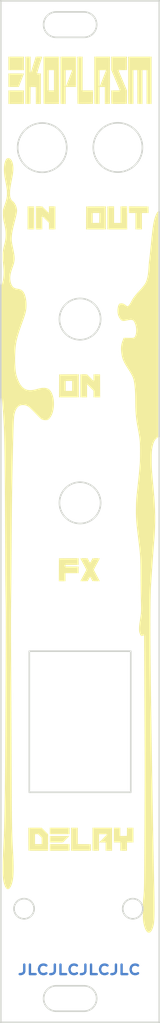
<source format=kicad_pcb>
(kicad_pcb (version 20211014) (generator pcbnew)
  (layers (0 "F.Cu" signal) (31 "B.Cu" signal) (34 "B.Paste" user) (35 "F.Paste" user) (36 "B.SilkS" user "B.Silkscreen") (37 "F.SilkS" user "F.Silkscreen") (38 "B.Mask" user) (39 "F.Mask" user) (44 "Edge.Cuts" user))
  (net 0 "")
  (footprint "Front Panel:Ekoplasm" (layer "F.Cu") (at 138.47 94.59)
    (fp_text reference "G***" hide)
    (fp_text value "LOGO" hide)
    (fp_poly (pts (xy -0.101803 8.831463) (xy -1.756112 8.831463) (xy -1.756112 9.03507) (xy -0.101803 9.03507) (xy -0.101803 9.87495) (xy -1.756112 9.87495) (xy -1.756112 10.892986) (xy -2.596412 10.892986) (xy -2.589839 9.448647) (xy -2.583266 8.004309) (xy -1.342535 7.997704) (xy -0.101803 7.991099)) (layer "F.SilkS") (width 0) (fill solid))
    (fp_poly (pts (xy 5.166533 42.936932) (xy 5.58011 42.929939) (xy 5.993688 42.922946) (xy 6.000577 42.407565) (xy 6.007467 41.892184) (xy 6.820842 41.892184) (xy 6.820842 43.7501) (xy 6.006413 43.7501) (xy 6.006413 44.793587) (xy 5.166533 44.793587) (xy 5.166533 43.7501) (xy 4.352104 43.7501) (xy 4.352104 41.892184) (xy 5.166533 41.892184)) (layer "F.SilkS") (width 0) (fill solid))
    (fp_poly (pts (xy 3.334068 -33.366132) (xy 0.83946 -33.366132) (xy 0.843161 -34.1793) (xy 1.67976 -34.1793) (xy 2.093337 -34.186293) (xy 2.506914 -34.193287) (xy 2.520544 -35.427655) (xy 1.67976 -35.427655) (xy 1.67976 -34.1793) (xy 0.843161 -34.1793) (xy 0.846033 -34.810471) (xy 0.852605 -36.25481) (xy 2.093337 -36.261415) (xy 3.334068 -36.268019)) (layer "F.SilkS") (width 0) (fill solid))
    (fp_poly (pts (xy -0.203607 43.953002) (xy 0.617185 43.959717) (xy 1.437976 43.966433) (xy 1.444969 44.38001) (xy 1.451963 44.793587) (xy -1.043487 44.793587) (xy -1.043487 41.892184) (xy -0.203607 41.892184)) (layer "F.SilkS") (width 0) (fill solid))
    (fp_poly (pts (xy -1.247094 44.793587) (xy -3.741282 44.793587) (xy -3.741282 43.953707) (xy -1.247094 43.953707)) (layer "F.SilkS") (width 0) (fill solid))
    (fp_poly (pts (xy -6.127304 -36.261803) (xy -5.713727 -36.25481) (xy -5.700581 -33.366132) (xy -6.540882 -33.366132) (xy -6.540882 -36.268796)) (layer "F.SilkS") (width 0) (fill solid))
    (fp_poly (pts (xy 7.476203 -36.261415) (xy 8.716934 -36.25481) (xy 8.723927 -35.841233) (xy 8.73092 -35.427655) (xy 7.88978 -35.427655) (xy 7.88978 -33.366132) (xy 7.075351 -33.366132) (xy 7.075351 -35.427655) (xy 6.235471 -35.427655) (xy 6.235471 -36.268019)) (layer "F.SilkS") (width 0) (fill solid))
    (fp_poly (pts (xy -8.79622 -42.301236) (xy -8.67314 -42.203189) (xy -8.642224 -42.170612) (xy -8.539881 -42.030071) (xy -8.459578 -41.856914) (xy -8.398041 -41.64378) (xy -8.388649 -41.600332) (xy -8.35554 -41.408669) (xy -8.33581 -41.213139) (xy -8.329865 -41.007297) (xy -8.338114 -40.784698) (xy -8.360965 -40.538898) (xy -8.398825 -40.263452) (xy -8.452102 -39.951914) (xy -8.512672 -39.63978) (xy -8.571552 -39.345195) (xy -8.62003 -39.093447) (xy -8.659194 -38.877786) (xy -8.690131 -38.691458) (xy -8.713926 -38.527713) (xy -8.731669 -38.3798) (xy -8.744444 -38.240968) (xy -8.749622 -38.167994) (xy -8.75912 -37.869661) (xy -8.745891 -37.614038) (xy -8.709016 -37.397845) (xy -8.647581 -37.217802) (xy -8.560667 -37.070626) (xy -8.447358 -36.953038) (xy -8.400252 -36.917542) (xy -8.27844 -36.808096) (xy -8.163797 -36.658427) (xy -8.061121 -36.479154) (xy -7.975209 -36.2809) (xy -7.91086 -36.074287) (xy -7.87287 -35.869936) (xy -7.86453 -35.73144) (xy -7.869473 -35.632906) (xy -7.884631 -35.509809) (xy -7.910819 -35.358239) (xy -7.948853 -35.174286) (xy -7.99955 -34.954039) (xy -8.063725 -34.69359) (xy -8.142195 -34.389026) (xy -8.154373 -34.342624) (xy -8.245869 -33.988268) (xy -8.322641 -33.675925) (xy -8.385912 -33.399268) (xy -8.436906 -33.15197) (xy -8.476844 -32.927702) (xy -8.506949 -32.72014) (xy -8.528444 -32.522954) (xy -8.542237 -32.335371) (xy -8.546657 -32.21492) (xy -8.54528 -32.094838) (xy -8.537156 -31.968074) (xy -8.52134 -31.827581) (xy -8.496881 -31.666309) (xy -8.462833 -31.477209) (xy -8.418247 -31.253233) (xy -8.362175 -30.987332) (xy -8.358869 -30.971954) (xy -8.29141 -30.647116) (xy -8.238876 -30.36376) (xy -8.201399 -30.114663) (xy -8.179115 -29.892601) (xy -8.172155 -29.690351) (xy -8.180655 -29.50069) (xy -8.204748 -29.316393) (xy -8.244567 -29.130238) (xy -8.300246 -28.935001) (xy -8.371918 -28.723458) (xy -8.402006 -28.640992) (xy -8.508599 -28.341501) (xy -8.592062 -28.078997) (xy -8.653954 -27.845956) (xy -8.695837 -27.634851) (xy -8.719272 -27.438158) (xy -8.725819 -27.248352) (xy -8.720534 -27.105211) (xy -8.687164 -26.82766) (xy -8.626216 -26.581663) (xy -8.539245 -26.37044) (xy -8.427808 -26.197207) (xy -8.293458 -26.065184) (xy -8.185918 -25.998671) (xy -8.064302 -25.952312) (xy -7.913856 -25.920363) (xy -7.812484 -25.907583) (xy -7.585188 -25.867854) (xy -7.394306 -25.797437) (xy -7.233066 -25.692591) (xy -7.094699 -25.549573) (xy -7.046632 -25.484329) (xy -6.938229 -25.29254) (xy -6.846173 -25.059539) (xy -6.772019 -24.792819) (xy -6.717319 -24.499871) (xy -6.683629 -24.188189) (xy -6.672503 -23.865266) (xy -6.676056 -23.697715) (xy -6.684251 -23.539833) (xy -6.696482 -23.391983) (xy -6.714255 -23.248298) (xy -6.739074 -23.102911) (xy -6.772444 -22.949957) (xy -6.81587 -22.783569) (xy -6.870858 -22.597881) (xy -6.938912 -22.387027) (xy -7.021537 -22.145141) (xy -7.12024 -21.866357) (xy -7.208984 -21.620541) (xy -7.360135 -21.200348) (xy -7.492905 -20.821264) (xy -7.608547 -20.477437) (xy -7.708318 -20.163012) (xy -7.793472 -19.872139) (xy -7.865267 -19.598965) (xy -7.924955 -19.337637) (xy -7.973795 -19.082303) (xy -8.01304 -18.82711) (xy -8.043946 -18.566206) (xy -8.067768 -18.293739) (xy -8.085763 -18.003855) (xy -8.099186 -17.690703) (xy -8.107092 -17.433868) (xy -8.112439 -17.06217) (xy -8.108854 -16.695292) (xy -8.096805 -16.340278) (xy -8.076762 -16.004172) (xy -8.049191 -15.694019) (xy -8.014561 -15.416862) (xy -7.973339 -15.179745) (xy -7.950714 -15.079659) (xy -7.880419 -14.832545) (xy -7.791946 -14.578426) (xy -7.69056 -14.329595) (xy -7.581521 -14.098343) (xy -7.470093 -13.89696) (xy -7.395871 -13.783676) (xy -7.214144 -13.564733) (xy -7.013663 -13.391775) (xy -6.793313 -13.264465) (xy -6.551981 -13.182469) (xy -6.288551 -13.145452) (xy -6.00191 -13.153079) (xy -5.690944 -13.205015) (xy -5.571021 -13.234982) (xy -5.364613 -13.290484) (xy -5.199527 -13.333935) (xy -5.068083 -13.367065) (xy -4.9626 -13.391604) (xy -4.875398 -13.409281) (xy -4.798799 -13.421828) (xy -4.725121 -13.430973) (xy -4.681627 -13.435313) (xy -4.426888 -13.444427) (xy -4.206491 -13.419702) (xy -4.015494 -13.359663) (xy -3.848953 -13.262838) (xy -3.721675 -13.149189) (xy -3.579974 -12.965984) (xy -3.460162 -12.743036) (xy -3.362927 -12.486882) (xy -3.288958 -12.204056) (xy -3.238945 -11.901094) (xy -3.213576 -11.584531) (xy -3.213542 -11.260902) (xy -3.239531 -10.936743) (xy -3.292231 -10.61859) (xy -3.372334 -10.312977) (xy -3.410658 -10.199953) (xy -3.501016 -9.987752) (xy -3.609338 -9.794736) (xy -3.729886 -9.628833) (xy -3.856921 -9.497971) (xy -3.981142 -9.411895) (xy -4.037271 -9.387156) (xy -4.096808 -9.372852) (xy -4.174045 -9.367253) (xy -4.283272 -9.36863) (xy -4.325578 -9.370191) (xy -4.453956 -9.378363) (xy -4.563154 -9.394525) (xy -4.660707 -9.423071) (xy -4.754149 -9.468394) (xy -4.851018 -9.534888) (xy -4.958848 -9.626948) (xy -5.085175 -9.748967) (xy -5.23016 -9.897656) (xy -5.470527 -10.147196) (xy -5.679679 -10.362186) (xy -5.860981 -10.545427) (xy -6.017798 -10.69972) (xy -6.153497 -10.827867) (xy -6.271442 -10.932669) (xy -6.374999 -11.016927) (xy -6.467533 -11.083444) (xy -6.552411 -11.13502) (xy -6.632996 -11.174457) (xy -6.712656 -11.204555) (xy -6.794755 -11.228118) (xy -6.841886 -11.239243) (xy -7.084386 -11.27257) (xy -7.305125 -11.259936) (xy -7.503905 -11.201491) (xy -7.680526 -11.097383) (xy -7.83479 -10.947762) (xy -7.966496 -10.752777) (xy -8.075447 -10.512577) (xy -8.154227 -10.256497) (xy -8.171964 -10.183368) (xy -8.188208 -10.108845) (xy -8.203101 -10.030147) (xy -8.21679 -9.944492) (xy -8.229418 -9.849099) (xy -8.241129 -9.741186) (xy -8.252069 -9.617973) (xy -8.262382 -9.476678) (xy -8.272212 -9.314519) (xy -8.281704 -9.128715) (xy -8.291002 -8.916485) (xy -8.30025 -8.675048) (xy -8.309594 -8.401622) (xy -8.319177 -8.093425) (xy -8.329145 -7.747677) (xy -8.339641 -7.361596) (xy -8.35081 -6.9324) (xy -8.362797 -6.457309) (xy -8.373016 -6.044589) (xy -8.389756 -5.355662) (xy -8.405306 -4.696378) (xy -8.419733 -4.062107) (xy -8.433108 -3.448215) (xy -8.445497 -2.850071) (xy -8.456972 -2.263043) (xy -8.467598 -1.682498) (xy -8.477447 -1.103805) (xy -8.486585 -0.522331) (xy -8.495082 0.066556) (xy -8.503006 0.667487) (xy -8.510427 1.285096) (xy -8.517412 1.924013) (xy -8.52403 2.588872) (xy -8.53035 3.284304) (xy -8.536441 4.014941) (xy -8.54237 4.785416) (xy -8.548208 5.600361) (xy -8.550467 5.93006) (xy -8.553713 6.402114) (xy -8.55712 6.883663) (xy -8.560648 7.369834) (xy -8.564258 7.855753) (xy -8.567913 8.336545) (xy -8.571571 8.807336) (xy -8.575196 9.263253) (xy -8.578747 9.699421) (xy -8.582187 10.110966) (xy -8.585475 10.493014) (xy -8.588573 10.840691) (xy -8.591443 11.149123) (xy -8.594044 11.413435) (xy -8.594981 11.503808) (xy -8.599788 11.957761) (xy -8.604252 12.377476) (xy -8.608378 12.765961) (xy -8.612169 13.12622) (xy -8.615629 13.461262) (xy -8.61876 13.774093) (xy -8.621567 14.067721) (xy -8.624053 14.345151) (xy -8.626221 14.609391) (xy -8.628076 14.863448) (xy -8.62962 15.110329) (xy -8.630856 15.353039) (xy -8.63179 15.594587) (xy -8.632423 15.837979) (xy -8.63276 16.086222) (xy -8.632804 16.342323) (xy -8.632559 16.609288) (xy -8.632027 16.890125) (xy -8.631213 17.18784) (xy -8.63012 17.505441) (xy -8.628752 17.845933) (xy -8.627111 18.212325) (xy -8.625203 18.607622) (xy -8.623029 19.034832) (xy -8.620594 19.496961) (xy -8.617901 19.997016) (xy -8.614953 20.538005) (xy -8.611754 21.122934) (xy -8.608309 21.754809) (xy -8.607172 21.964128) (xy -8.604185 22.522382) (xy -8.60103 23.126239) (xy -8.59773 23.770401) (xy -8.594312 24.44957) (xy -8.590799 25.158448) (xy -8.587217 25.891736) (xy -8.583591 26.644138) (xy -8.579945 27.410354) (xy -8.576305 28.185086) (xy -8.572696 28.963037) (xy -8.569142 29.738908) (xy -8.565668 30.507401) (xy -8.5623 31.263218) (xy -8.559061 32.00106) (xy -8.555978 32.715631) (xy -8.553075 33.40163) (xy -8.5509 33.926052) (xy -8.547576 34.724146) (xy -8.544343 35.473501) (xy -8.541163 36.17628) (xy -8.537997 36.834645) (xy -8.53481 37.450759) (xy -8.531564 38.026784) (xy -8.528221 38.564883) (xy -8.524744 39.067219) (xy -8.521097 39.535954) (xy -8.517241 39.973251) (xy -8.51314 40.381272) (xy -8.508756 40.762181) (xy -8.504052 41.118139) (xy -8.498991 41.45131) (xy -8.493535 41.763855) (xy -8.487647 42.057938) (xy -8.48129 42.335722) (xy -8.474427 42.599368) (xy -8.46702 42.851039) (xy -8.459033 43.092898) (xy -8.450427 43.327108) (xy -8.441166 43.555832) (xy -8.431212 43.781231) (xy -8.420528 44.005468) (xy -8.409077 44.230707) (xy -8.396821 44.459109) (xy -8.383724 44.692838) (xy -8.369747 44.934056) (xy -8.357711 45.137174) (xy -8.334371 45.574964) (xy -8.317078 46.002107) (xy -8.305828 46.413494) (xy -8.300619 46.804021) (xy -8.301445 47.168579) (xy -8.308305 47.502062) (xy -8.321193 47.799363) (xy -8.340106 48.055375) (xy -8.359907 48.229459) (xy -8.414139 48.554654) (xy -8.48147 48.842155) (xy -8.560943 49.08928) (xy -8.651604 49.293343) (xy -8.752495 49.451661) (xy -8.822561 49.528262) (xy -8.919029 49.600933) (xy -9.006778 49.627639) (xy -9.096032 49.609659) (xy -9.164923 49.571141) (xy -9.264143 49.477455) (xy -9.356019 49.336181) (xy -9.439521 49.150238) (xy -9.513622 48.922546) (xy -9.577293 48.656024) (xy -9.629508 48.353592) (xy -9.650824 48.191282) (xy -9.660988 48.072644) (xy -9.669114 47.909456) (xy -9.67523 47.708032) (xy -9.679367 47.474681) (xy -9.681553 47.215715) (xy -9.681818 46.937446) (xy -9.68019 46.646184) (xy -9.6767 46.348241) (xy -9.671376 46.049928) (xy -9.664247 45.757556) (xy -9.655343 45.477437) (xy -9.644693 45.215881) (xy -9.636263 45.048096) (xy -9.617038 44.696125) (xy -9.600447 44.387736) (xy -9.586151 44.115694) (xy -9.573813 43.872766) (xy -9.563095 43.651717) (xy -9.553657 43.445316) (xy -9.545163 43.246326) (xy -9.537273 43.047516) (xy -9.52965 42.841651) (xy -9.521955 42.621497) (xy -9.519661 42.553908) (xy -9.508468 42.211224) (xy -9.497702 41.858203) (xy -9.487346 41.493422) (xy -9.477387 41.115454) (xy -9.467809 40.722877) (xy -9.458598 40.314265) (xy -9.449738 39.888193) (xy -9.441214 39.443238) (xy -9.433012 38.977975) (xy -9.425117 38.49098) (xy -9.417514 37.980827) (xy -9.410188 37.446092) (xy -9.403123 36.885352) (xy -9.396306 36.29718) (xy -9.389721 35.680154) (xy -9.383354 35.032848) (xy -9.377188 34.353838) (xy -9.371211 33.641699) (xy -9.365405 32.895007) (xy -9.359758 32.112337) (xy -9.354253 31.292265) (xy -9.348876 30.433367) (xy -9.343613 29.534217) (xy -9.338447 28.593392) (xy -9.333364 27.609467) (xy -9.328349 26.581017) (xy -9.323388 25.506618) (xy -9.318466 24.384845) (xy -9.313566 23.214274) (xy -9.311234 22.638577) (xy -9.308085 21.841994) (xy -9.305228 21.09435) (xy -9.302663 20.393683) (xy -9.300391 19.738033) (xy -9.298411 19.125437) (xy -9.296724 18.553934) (xy -9.295331 18.021562) (xy -9.29423 17.526359) (xy -9.293424 17.066364) (xy -9.292911 16.639615) (xy -9.292692 16.244151) (xy -9.292767 15.87801) (xy -9.293137 15.539229) (xy -9.293802 15.225848) (xy -9.294762 14.935905) (xy -9.296017 14.667439) (xy -9.297568 14.418487) (xy -9.299415 14.187087) (xy -9.301557 13.971279) (xy -9.303996 13.769101) (xy -9.306731 13.578591) (xy -9.309763 13.397787) (xy -9.312381 13.25992) (xy -9.317681 12.97147) (xy -9.322968 12.640083) (xy -9.328155 12.273723) (xy -9.333156 11.880355) (xy -9.337884 11.467942) (xy -9.342254 11.044449) (xy -9.346179 10.617841) (xy -9.349573 10.196081) (xy -9.35235 9.787135) (xy -9.354422 9.398966) (xy -9.354569 9.365932) (xy -9.359465 8.247359) (xy -9.36421 7.178326) (xy -9.368823 6.157468) (xy -9.373325 5.183424) (xy -9.377735 4.254831) (xy -9.382074 3.370325) (xy -9.386362 2.528545) (xy -9.390619 1.728128) (xy -9.394866 0.96771) (xy -9.399122 0.24593) (xy -9.403408 -0.438576) (xy -9.407743 -1.08717) (xy -9.412149 -1.701216) (xy -9.416644 -2.282074) (xy -9.421251 -2.831109) (xy -9.425987 -3.349683) (xy -9.430874 -3.839159) (xy -9.435933 -4.300899) (xy -9.441182 -4.736267) (xy -9.446642 -5.146624) (xy -9.452334 -5.533334) (xy -9.458277 -5.897759) (xy -9.464492 -6.241262) (xy -9.470999 -6.565205) (xy -9.477817 -6.870952) (xy -9.484968 -7.159865) (xy -9.492472 -7.433307) (xy -9.500347 -7.69264) (xy -9.508616 -7.939228) (xy -9.517297 -8.174432) (xy -9.526412 -8.399616) (xy -9.535979 -8.616142) (xy -9.54602 -8.825373) (xy -9.556555 -9.028672) (xy -9.567603 -9.227401) (xy -9.579185 -9.422924) (xy -9.591321 -9.616602) (xy -9.604032 -9.809798) (xy -9.617337 -10.003876) (xy -9.631256 -10.200198) (xy -9.64581 -10.400126) (xy -9.647432 -10.422144) (xy -9.676318 -10.80674) (xy -9.702614 -11.141649) (xy -9.726434 -11.428018) (xy -9.747891 -11.66699) (xy -9.767098 -11.859711) (xy -9.784171 -12.007323) (xy -9.799223 -12.110973) (xy -9.812367 -12.171804) (xy -9.823381 -12.190982) (xy -9.829305 -12.184007) (xy -9.834785 -12.161868) (xy -9.839837 -12.122742) (xy -9.844481 -12.064808) (xy -9.848736 -11.986243) (xy -9.852618 -11.885226) (xy -9.856147 -11.759935) (xy -9.85934 -11.608547) (xy -9.862216 -11.42924) (xy -9.864794 -11.220193) (xy -9.867091 -10.979584) (xy -9.869126 -10.70559) (xy -9.870917 -10.39639) (xy -9.872482 -10.050161) (xy -9.873839 -9.665082) (xy -9.875008 -9.23933) (xy -9.876005 -8.771084) (xy -9.87685 -8.258522) (xy -9.877561 -7.69982) (xy -9.878155 -7.093159) (xy -9.878471 -6.695926) (xy -9.878926 -6.198647) (xy -9.879548 -5.711141) (xy -9.880327 -5.236186) (xy -9.881252 -4.776563) (xy -9.88231 -4.335049) (xy -9.883492 -3.914424) (xy -9.884786 -3.517467) (xy -9.886181 -3.146956) (xy -9.887666 -2.80567) (xy -9.88923 -2.496389) (xy -9.890861 -2.221891) (xy -9.892549 -1.984955) (xy -9.894283 -1.788361) (xy -9.896051 -1.634886) (xy -9.897843 -1.527311) (xy -9.899286 -1.476152) (xy -9.900393 -1.474515) (xy -9.9015 -1.522308) (xy -9.902605 -1.618061) (xy -9.903706 -1.760303) (xy -9.904798 -1.947562) (xy -9.905881 -2.178368) (xy -9.906951 -2.451249) (xy -9.908005 -2.764734) (xy -9.909041 -3.117353) (xy -9.910056 -3.507634) (xy -9.911047 -3.934105) (xy -9.912012 -4.395297) (xy -9.912949 -4.889738) (xy -9.913853 -5.415957) (xy -9.914724 -5.972483) (xy -9.915557 -6.557845) (xy -9.916351 -7.170571) (xy -9.917103 -7.809191) (xy -9.917809 -8.472233) (xy -9.918468 -9.158227) (xy -9.919077 -9.865702) (xy -9.919632 -10.593185) (xy -9.920132 -11.339207) (xy -9.920574 -12.102297) (xy -9.920954 -12.880982) (xy -9.921216 -13.524522) (xy -9.925851 -25.992832) (xy -9.847911 -26.236145) (xy -9.739883 -26.602115) (xy -9.657879 -26.949373) (xy -9.601021 -27.288282) (xy -9.568432 -27.629204) (xy -9.559233 -27.982502) (xy -9.572546 -28.358536) (xy -9.607493 -28.767671) (xy -9.622191 -28.899499) (xy -9.6477 -29.13942) (xy -9.66536 -29.361858) (xy -9.676238 -29.586046) (xy -9.681402 -29.831217) (xy -9.682191 -29.981162) (xy -9.681681 -30.179639) (xy -9.678784 -30.345446) (xy -9.672089 -30.489232) (xy -9.660183 -30.621642) (xy -9.641653 -30.753323) (xy -9.615086 -30.894921) (xy -9.579071 -31.057084) (xy -9.532195 -31.250457) (xy -9.493091 -31.406413) (xy -9.431411 -31.659684) (xy -9.384276 -31.876596) (xy -9.349978 -32.069026) (xy -9.326808 -32.24885) (xy -9.313057 -32.427947) (xy -9.307017 -32.618194) (xy -9.306369 -32.704409) (xy -9.309658 -32.915912) (xy -9.321393 -33.115886) (xy -9.343169 -33.316824) (xy -9.376584 -33.531217) (xy -9.423234 -33.77156) (xy -9.470388 -33.987516) (xy -9.526717 -34.242672) (xy -9.570827 -34.458936) (xy -9.604094 -34.646468) (xy -9.62789 -34.81543) (xy -9.643587 -34.975982) (xy -9.652561 -35.138286) (xy -9.656183 -35.312502) (xy -9.656424 -35.364028) (xy -9.657241 -35.796693) (xy -9.448237 -36.423619) (xy -9.369913 -36.660733) (xy -9.30692 -36.857976) (xy -9.257456 -37.02341) (xy -9.219716 -37.165096) (xy -9.191898 -37.291095) (xy -9.172198 -37.409467) (xy -9.158813 -37.528275) (xy -9.14994 -37.655578) (xy -9.144402 -37.781864) (xy -9.141173 -37.940703) (xy -9.143937 -38.096318) (xy -9.153592 -38.256387) (xy -9.171038 -38.428587) (xy -9.197175 -38.620595) (xy -9.232903 -38.84009) (xy -9.27912 -39.094747) (xy -9.327819 -39.347094) (xy -9.372336 -39.574598) (xy -9.408016 -39.761062) (xy -9.436209 -39.915319) (xy -9.458269 -40.0462) (xy -9.475546 -40.162537) (xy -9.489394 -40.273163) (xy -9.501164 -40.38691) (xy -9.512209 -40.512608) (xy -9.518853 -40.594951) (xy -9.531398 -40.949834) (xy -9.512743 -41.289306) (xy -9.463902 -41.605774) (xy -9.385893 -41.891648) (xy -9.324502 -42.047575) (xy -9.239695 -42.195828) (xy -9.141693 -42.29582) (xy -9.033267 -42.347051) (xy -8.917186 -42.349023)) (layer "F.SilkS") (width 0) (fill solid))
    (fp_poly (pts (xy -3.94489 42.71876) (xy -3.94489 44.793587) (xy -5.175016 44.793587) (xy -5.420521 44.793246) (xy -5.650391 44.792269) (xy -5.859636 44.790724) (xy -6.043265 44.788677) (xy -6.196284 44.786199) (xy -6.313704 44.783355) (xy -6.390531 44.780215) (xy -6.421775 44.776846) (xy -6.422111 44.77662) (xy -6.425249 44.748723) (xy -6.428199 44.674536) (xy -6.430908 44.558672) (xy -6.43332 44.40574) (xy -6.435382 44.220354) (xy -6.43704 44.007125) (xy -6.437311 43.953707) (xy -5.599198 43.953707) (xy -4.759318 43.953707) (xy -4.759318 43.153011) (xy -5.203648 42.706613) (xy -5.599198 42.706613) (xy -5.599198 43.953707) (xy -6.437311 43.953707) (xy -6.438241 43.770664) (xy -6.438929 43.515584) (xy -6.439078 43.325918) (xy -6.439078 41.892184) (xy -4.772606 41.892184)) (layer "F.SilkS") (width 0) (fill solid))
    (fp_poly (pts (xy -6.998998 -53.395992) (xy -8.958717 -53.395992) (xy -8.958717 -55.101202) (xy -6.998998 -55.101202)) (layer "F.SilkS") (width 0) (fill solid))
    (fp_poly (pts (xy 6.000393 -54.25496) (xy 5.993688 -53.408718) (xy 5.463059 -53.401831) (xy 5.27764 -53.398729) (xy 5.138327 -53.394641) (xy 5.040331 -53.389215) (xy 4.97886 -53.382096) (xy 4.949123 -53.372932) (xy 4.945055 -53.363654) (xy 4.957061 -53.334825) (xy 4.98691 -53.263513) (xy 5.032735 -53.15417) (xy 5.092669 -53.011244) (xy 5.164847 -52.839186) (xy 5.247401 -52.642444) (xy 5.338465 -52.42547) (xy 5.436172 -52.192712) (xy 5.482398 -52.082608) (xy 6.007118 -50.832852) (xy 6.000403 -49.995635) (xy 5.993688 -49.158417) (xy 5.024731 -49.151756) (xy 4.807451 -49.150704) (xy 4.60627 -49.15058) (xy 4.426843 -49.151323) (xy 4.274822 -49.152872) (xy 4.155861 -49.155167) (xy 4.075614 -49.158146) (xy 4.039735 -49.16175) (xy 4.038508 -49.162361) (xy 4.034357 -49.191081) (xy 4.030565 -49.264592) (xy 4.027255 -49.376782) (xy 4.024551 -49.521538) (xy 4.022576 -49.692751) (xy 4.021455 -49.884307) (xy 4.021243 -50.015264) (xy 4.021243 -50.850902) (xy 4.558435 -50.850902) (xy 4.743799 -50.851534) (xy 4.883288 -50.853632) (xy 4.981917 -50.857501) (xy 5.044699 -50.863444) (xy 5.076649 -50.871767) (xy 5.082802 -50.882716) (xy 5.070756 -50.911649) (xy 5.040868 -50.98306) (xy 4.995008 -51.092496) (xy 4.935043 -51.235501) (xy 4.862841 -51.407623) (xy 4.780271 -51.604407) (xy 4.6892 -51.8214) (xy 4.591497 -52.054149) (xy 4.54561 -52.163445) (xy 4.021243 -53.412361) (xy 4.021243 -55.101202) (xy 6.007099 -55.101202)) (layer "F.SilkS") (width 0) (fill solid))
    (fp_poly (pts (xy -4.288477 -35.860321) (xy -4.170767 -35.74326) (xy -4.064714 -35.639358) (xy -3.975667 -35.553724) (xy -3.908971 -35.491471) (xy -3.869975 -35.457708) (xy -3.862472 -35.453106) (xy -3.855927 -35.477136) (xy -3.850325 -35.543547) (xy -3.846073 -35.643822) (xy -3.843576 -35.769442) (xy -3.843086 -35.860321) (xy -3.843086 -36.267535) (xy -3.028657 -36.267535) (xy -3.028657 -33.366132) (xy -3.843086 -33.366132) (xy -3.843086 -34.193883) (xy -4.244227 -34.594437) (xy -4.361172 -34.710404) (xy -4.466378 -34.813195) (xy -4.554453 -34.897668) (xy -4.620009 -34.958683) (xy -4.657653 -34.991098) (xy -4.664167 -34.99499) (xy -4.668732 -34.970543) (xy -4.672898 -34.901219) (xy -4.676524 -34.79304) (xy -4.679472 -34.65203) (xy -4.681603 -34.484212) (xy -4.682777 -34.29561) (xy -4.682966 -34.180561) (xy -4.682966 -33.366132) (xy -5.497395 -33.366132) (xy -5.497395 -36.267535) (xy -4.695095 -36.267535)) (layer "F.SilkS") (width 0) (fill solid))
    (fp_poly (pts (xy -2.551347 -52.12981) (xy -2.557815 -49.158417) (xy -3.526772 -49.151756) (xy -3.744052 -49.150704) (xy -3.945233 -49.15058) (xy -4.12466 -49.151323) (xy -4.276681 -49.152872) (xy -4.395642 -49.155167) (xy -4.475889 -49.158146) (xy -4.511768 -49.16175) (xy -4.512995 -49.162361) (xy -4.515234 -49.189556) (xy -4.517388 -49.264469) (xy -4.519439 -49.383916) (xy -4.521368 -49.544713) (xy -4.523158 -49.743678) (xy -4.52479 -49.977625) (xy -4.526244 -50.243372) (xy -4.527504 -50.537734) (xy -4.528528 -50.850902) (xy -3.868537 -50.850902) (xy -3.206813 -50.850902) (xy -3.206813 -53.395992) (xy -3.868537 -53.395992) (xy -3.868537 -50.850902) (xy -4.528528 -50.850902) (xy -4.52855 -50.857528) (xy -4.529363 -51.19957) (xy -4.529926 -51.560677) (xy -4.53022 -51.937663) (xy -4.53026 -52.140414) (xy -4.53026 -55.101202) (xy -2.544879 -55.101202)) (layer "F.SilkS") (width 0) (fill solid))
    (fp_poly (pts (xy 0.407215 -50.850902) (xy 1.731348 -50.850902) (xy 1.724642 -50.004659) (xy 1.717936 -49.158417) (xy 0.748979 -49.151756) (xy 0.531699 -49.150704) (xy 0.330519 -49.15058) (xy 0.151091 -49.151323) (xy -0.00093 -49.152872) (xy -0.119891 -49.155167) (xy -0.200138 -49.158146) (xy -0.236017 -49.16175) (xy -0.237243 -49.162361) (xy -0.239482 -49.189556) (xy -0.241636 -49.264469) (xy -0.243687 -49.383916) (xy -0.245617 -49.544713) (xy -0.247407 -49.743678) (xy -0.249038 -49.977625) (xy -0.250493 -50.243372) (xy -0.251752 -50.537734) (xy -0.252798 -50.857528) (xy -0.253612 -51.19957) (xy -0.254175 -51.560677) (xy -0.254468 -51.937663) (xy -0.254509 -52.140414) (xy -0.254509 -55.101202) (xy 0.407215 -55.101202)) (layer "F.SilkS") (width 0) (fill solid))
    (fp_poly (pts (xy 4.377555 -34.180561) (xy 5.191984 -34.180561) (xy 5.191984 -36.267535) (xy 6.031864 -36.267535) (xy 6.031864 -33.366132) (xy 3.537676 -33.366132) (xy 3.537676 -36.267535) (xy 4.377555 -36.267535)) (layer "F.SilkS") (width 0) (fill solid))
    (fp_poly (pts (xy 4.123046 44.793587) (xy 3.308617 44.793587) (xy 3.308617 43.7501) (xy 2.48194 43.7501) (xy 2.984357 43.247212) (xy 3.11487 43.115908) (xy 3.232768 42.996014) (xy 3.333465 42.892297) (xy 3.412373 42.809525) (xy 3.464908 42.752465) (xy 3.486482 42.725885) (xy 3.486774 42.72493) (xy 3.462607 42.719333) (xy 3.395215 42.715062) (xy 3.292262 42.712306) (xy 3.161414 42.711257) (xy 3.010334 42.712104) (xy 2.984118 42.712438) (xy 2.481463 42.719339) (xy 2.468167 44.793587) (xy 1.654309 44.793587) (xy 1.654309 41.892184) (xy 4.123046 41.892184)) (layer "F.SilkS") (width 0) (fill solid))
    (fp_poly (pts (xy -6.146393 -53.038834) (xy -5.828256 -54.069966) (xy -5.51012 -55.101098) (xy -5.099017 -55.10115) (xy -4.687913 -55.101202) (xy -4.73605 -54.942134) (xy -4.754771 -54.880871) (xy -4.7865 -54.777727) (xy -4.829158 -54.639432) (xy -4.880665 -54.472721) (xy -4.93894 -54.284325) (xy -5.001905 -54.080976) (xy -5.060385 -53.892285) (xy -5.336582 -53.001503) (xy -5.098852 -52.994219) (xy -4.861122 -52.986934) (xy -4.861122 -49.145691) (xy -5.496836 -49.145691) (xy -5.503478 -50.208267) (xy -5.51012 -51.270842) (xy -6.158558 -51.285084) (xy -6.165201 -50.22175) (xy -6.171843 -49.158417) (xy -6.820841 -49.144171) (xy -6.820841 -55.101202) (xy -6.159689 -55.101202)) (layer "F.SilkS") (width 0) (fill solid))
    (fp_poly (pts (xy -1.247094 42.706613) (xy -3.741282 42.706613) (xy -3.741282 41.892184) (xy -1.247094 41.892184)) (layer "F.SilkS") (width 0) (fill solid))
    (fp_poly (pts (xy -0.407214 -51.283567) (xy -1.730661 -51.283567) (xy -1.730661 -49.145691) (xy -2.044556 -49.145691) (xy -2.166182 -49.146995) (xy -2.268732 -49.150549) (xy -2.341792 -49.15582) (xy -2.374951 -49.162273) (xy -2.375417 -49.162659) (xy -2.377617 -49.189814) (xy -2.379734 -49.264689) (xy -2.38175 -49.384098) (xy -2.383646 -49.544859) (xy -2.385405 -49.743788) (xy -2.387008 -49.977703) (xy -2.388438 -50.24342) (xy -2.389676 -50.537755) (xy -2.390703 -50.857525) (xy -2.391503 -51.199547) (xy -2.392056 -51.560637) (xy -2.392345 -51.937613) (xy -2.392385 -52.140414) (xy -2.392385 -52.348263) (xy -1.730661 -52.348263) (xy -1.73043 -52.123401) (xy -1.729769 -51.915579) (xy -1.72873 -51.730034) (xy -1.727361 -51.572008) (xy -1.725712 -51.446739) (xy -1.723834 -51.359466) (xy -1.721776 -51.315428) (xy -1.720776 -51.311139) (xy -1.709805 -51.336362) (xy -1.682445 -51.404178) (xy -1.64062 -51.509687) (xy -1.586253 -51.647989) (xy -1.521266 -51.814182) (xy -1.447582 -52.003366) (xy -1.367125 -52.21064) (xy -1.313562 -52.348985) (xy -1.230066 -52.565072) (xy -1.152533 -52.766156) (xy -1.082835 -52.947347) (xy -1.022847 -53.103753) (xy -0.974442 -53.230483) (xy -0.939494 -53.322646) (xy -0.919876 -53.375351) (xy -0.916232 -53.386109) (xy -0.940263 -53.389446) (xy -1.006677 -53.392302) (xy -1.106955 -53.394469) (xy -1.232579 -53.395742) (xy -1.323447 -53.395992) (xy -1.730661 -53.395992) (xy -1.730661 -52.348263) (xy -2.392385 -52.348263) (xy -2.392385 -55.101202) (xy -0.407214 -55.101202)) (layer "F.SilkS") (width 0) (fill solid))
    (fp_poly (pts (xy -0.076353 -12.241884) (xy -2.570961 -12.241884) (xy -2.567255 -13.056313) (xy -1.730661 -13.056313) (xy -0.916232 -13.056313) (xy -0.916232 -14.303407) (xy -1.730661 -14.303407) (xy -1.730661 -13.056313) (xy -2.567255 -13.056313) (xy -2.564388 -13.686223) (xy -2.557815 -15.130561) (xy -0.076353 -15.143771)) (layer "F.SilkS") (width 0) (fill solid))
    (fp_poly (pts (xy 3.86228 -52.12981) (xy 3.855812 -49.158417) (xy 3.206814 -49.144171) (xy 3.206814 -51.283567) (xy 2.54509 -51.283567) (xy 2.54509 -49.145691) (xy 2.231196 -49.145691) (xy 2.10957 -49.146995) (xy 2.00702 -49.150549) (xy 1.933959 -49.15582) (xy 1.9008 -49.162273) (xy 1.900334 -49.162659) (xy 1.898134 -49.189814) (xy 1.896017 -49.264689) (xy 1.894002 -49.384098) (xy 1.892105 -49.544859) (xy 1.890346 -49.743788) (xy 1.888743 -49.977703) (xy 1.887314 -50.24342) (xy 1.886076 -50.537755) (xy 1.885048 -50.857525) (xy 1.884249 -51.199547) (xy 1.883695 -51.560637) (xy 1.883407 -51.937613) (xy 1.883367 -52.140414) (xy 1.883367 -53.395992) (xy 2.54509 -53.395992) (xy 2.546704 -52.346142) (xy 2.547548 -52.117805) (xy 2.549282 -51.910173) (xy 2.551798 -51.72794) (xy 2.554988 -51.575802) (xy 2.558745 -51.458454) (xy 2.56296 -51.380591) (xy 2.567527 -51.346909) (xy 2.56958 -51.347194) (xy 2.583181 -51.38143) (xy 2.613087 -51.457801) (xy 2.657222 -51.570974) (xy 2.713512 -51.715615) (xy 2.779881 -51.886393) (xy 2.854256 -52.077974) (xy 2.93456 -52.285024) (xy 2.965648 -52.365231) (xy 3.047239 -52.575768) (xy 3.123304 -52.772055) (xy 3.191829 -52.948896) (xy 3.250802 -53.101093) (xy 3.298207 -53.223448) (xy 3.332032 -53.310764) (xy 3.350261 -53.357844) (xy 3.35271 -53.364178) (xy 3.346211 -53.376563) (xy 3.31203 -53.38549) (xy 3.244624 -53.391403) (xy 3.138448 -53.394747) (xy 2.987959 -53.395965) (xy 2.955028 -53.395992) (xy 2.54509 -53.395992) (xy 1.883367 -53.395992) (xy 1.883367 -55.101202) (xy 3.868748 -55.101202)) (layer "F.SilkS") (width 0) (fill solid))
    (fp_poly (pts (xy 9.111423 -49.145691) (xy 8.475151 -49.145691) (xy 8.475151 -53.395992) (xy 7.966132 -53.395992) (xy 7.966132 -49.144171) (xy 7.317134 -49.158417) (xy 7.310626 -51.277205) (xy 7.304117 -53.395992) (xy 6.820842 -53.395992) (xy 6.820842 -49.145691) (xy 6.506947 -49.145691) (xy 6.385321 -49.146995) (xy 6.282771 -49.150549) (xy 6.209711 -49.15582) (xy 6.176552 -49.162273) (xy 6.176086 -49.162659) (xy 6.173886 -49.189814) (xy 6.171769 -49.264689) (xy 6.169753 -49.384098) (xy 6.167857 -49.544859) (xy 6.166098 -49.743788) (xy 6.164495 -49.977703) (xy 6.163065 -50.24342) (xy 6.161827 -50.537755) (xy 6.1608 -50.857525) (xy 6.16 -51.199547) (xy 6.159447 -51.560637) (xy 6.159158 -51.937613) (xy 6.159118 -52.140414) (xy 6.159118 -55.101202) (xy 9.111423 -55.101202)) (layer "F.SilkS") (width 0) (fill solid))
    (fp_poly (pts (xy -7.761166 -52.9883) (xy -7.560275 -52.986937) (xy -7.381674 -52.984797) (xy -7.230858 -52.981986) (xy -7.113317 -52.978611) (xy -7.034543 -52.97478) (xy -7.00003 -52.970599) (xy -6.998919 -52.969689) (xy -7.007765 -52.9423) (xy -7.03295 -52.872984) (xy -7.07239 -52.767266) (xy -7.123998 -52.630668) (xy -7.185689 -52.468716) (xy -7.255377 -52.286931) (xy -7.320834 -52.117084) (xy -7.642828 -51.283567) (xy -8.958717 -51.283567) (xy -8.958717 -52.988778) (xy -7.978858 -52.988778)) (layer "F.SilkS") (width 0) (fill solid))
    (fp_poly (pts (xy 9.950618 -21.452552) (xy 9.951303 -7.235665) (xy 9.829277 -7.159809) (xy 9.680898 -7.041679) (xy 9.550406 -6.882222) (xy 9.437223 -6.680087) (xy 9.340766 -6.433923) (xy 9.260456 -6.142378) (xy 9.195711 -5.804101) (xy 9.170064 -5.625289) (xy 9.156616 -5.509681) (xy 9.145999 -5.388135) (xy 9.137942 -5.253225) (xy 9.132175 -5.09753) (xy 9.128427 -4.913623) (xy 9.126426 -4.694083) (xy 9.125902 -4.431484) (xy 9.12591 -4.415732) (xy 9.126098 -4.24545) (xy 9.126601 -4.090126) (xy 9.127676 -3.945913) (xy 9.129584 -3.808965) (xy 9.132581 -3.675434) (xy 9.136928 -3.541474) (xy 9.142884 -3.403237) (xy 9.150706 -3.256878) (xy 9.160653 -3.098548) (xy 9.172985 -2.924401) (xy 9.18796 -2.73059) (xy 9.205837 -2.513268) (xy 9.226874 -2.268589) (xy 9.25133 -1.992705) (xy 9.279465 -1.68177) (xy 9.311536 -1.331936) (xy 9.347802 -0.939357) (xy 9.388523 -0.500186) (xy 9.391247 -0.470842) (xy 9.463089 0.380038) (xy 9.5166 1.192084) (xy 9.551849 1.973922) (xy 9.568902 2.734176) (xy 9.56783 3.481473) (xy 9.5487 4.224439) (xy 9.511581 4.971698) (xy 9.456541 5.731878) (xy 9.441779 5.904609) (xy 9.427442 6.073802) (xy 9.410084 6.288409) (xy 9.390092 6.543054) (xy 9.367854 6.832365) (xy 9.343756 7.150965) (xy 9.318187 7.493482) (xy 9.291533 7.85454) (xy 9.264181 8.228766) (xy 9.236519 8.610785) (xy 9.208934 8.995223) (xy 9.181813 9.376705) (xy 9.155544 9.749857) (xy 9.130513 10.109306) (xy 9.107108 10.449676) (xy 9.085716 10.765593) (xy 9.066725 11.051684) (xy 9.050521 11.302573) (xy 9.037492 11.512886) (xy 9.036511 11.529258) (xy 9.022184 11.807161) (xy 9.009379 12.13476) (xy 8.998099 12.510872) (xy 8.988348 12.934316) (xy 8.980127 13.403909) (xy 8.973441 13.918468) (xy 8.968292 14.47681) (xy 8.964682 15.077753) (xy 8.962615 15.720115) (xy 8.962094 16.402712) (xy 8.963121 17.124362) (xy 8.9657 17.883883) (xy 8.969833 18.680091) (xy 8.975523 19.511805) (xy 8.982774 20.377841) (xy 8.991587 21.277018) (xy 9.001967 22.208152) (xy 9.008908 22.778557) (xy 9.025954 24.114947) (xy 9.043745 25.465591) (xy 9.062225 26.827187) (xy 9.08134 28.196436) (xy 9.101036 29.570038) (xy 9.121258 30.944693) (xy 9.141952 32.317101) (xy 9.163063 33.683962) (xy 9.184537 35.041976) (xy 9.206319 36.387843) (xy 9.228355 37.718263) (xy 9.25059 39.029935) (xy 9.27297 40.319561) (xy 9.29544 41.583839) (xy 9.317946 42.81947) (xy 9.340433 44.023154) (xy 9.362847 45.191591) (xy 9.385133 46.321481) (xy 9.407237 47.409523) (xy 9.429104 48.452419) (xy 9.445176 49.196593) (xy 9.457989 49.813588) (xy 9.468302 50.381656) (xy 9.476089 50.90271) (xy 9.481324 51.378666) (xy 9.48398 51.811437) (xy 9.484032 52.202938) (xy 9.481453 52.555084) (xy 9.476216 52.869787) (xy 9.468295 53.148963) (xy 9.457664 53.394526) (xy 9.444296 53.60839) (xy 9.428165 53.79247) (xy 9.409244 53.948679) (xy 9.387508 54.078933) (xy 9.377273 54.127513) (xy 9.306278 54.396169) (xy 9.223439 54.630036) (xy 9.155401 54.77717) (xy 9.058968 54.929672) (xy 8.955539 55.034865) (xy 8.847087 55.09197) (xy 8.735581 55.100213) (xy 8.622992 55.058816) (xy 8.558605 55.012298) (xy 8.457904 54.905154) (xy 8.366826 54.762728) (xy 8.283436 54.580926) (xy 8.205798 54.355654) (xy 8.146273 54.140381) (xy 8.113374 54.005706) (xy 8.085915 53.879829) (xy 8.06343 53.756504) (xy 8.045454 53.629486) (xy 8.031521 53.492532) (xy 8.021167 53.339395) (xy 8.013925 53.163832) (xy 8.009331 52.959597) (xy 8.006919 52.720446) (xy 8.006223 52.440134) (xy 8.006409 52.263427) (xy 8.007866 51.941874) (xy 8.01089 51.658495) (xy 8.01542 51.415732) (xy 8.021397 51.216029) (xy 8.028759 51.061826) (xy 8.037444 50.955569) (xy 8.039376 50.93998) (xy 8.07174 50.675738) (xy 8.098241 50.403781) (xy 8.119424 50.11542) (xy 8.135837 49.801966) (xy 8.148025 49.454728) (xy 8.156251 49.082064) (xy 8.160374 48.815669) (xy 8.164542 48.501493) (xy 8.168737 48.142654) (xy 8.172947 47.742272) (xy 8.177155 47.303467) (xy 8.181346 46.82936) (xy 8.185506 46.323069) (xy 8.189619 45.787714) (xy 8.193671 45.226416) (xy 8.197646 44.642293) (xy 8.201528 44.038466) (xy 8.205304 43.418054) (xy 8.208958 42.784177) (xy 8.212475 42.139954) (xy 8.21584 41.488506) (xy 8.219038 40.832953) (xy 8.222053 40.176413) (xy 8.224871 39.522007) (xy 8.227476 38.872854) (xy 8.229854 38.232074) (xy 8.23199 37.602787) (xy 8.233868 36.988113) (xy 8.235473 36.391171) (xy 8.23679 35.815081) (xy 8.237804 35.262963) (xy 8.238501 34.737936) (xy 8.238864 34.24312) (xy 8.23888 33.781636) (xy 8.238532 33.356602) (xy 8.237806 32.971138) (xy 8.236687 32.628364) (xy 8.236234 32.526252) (xy 8.234433 32.146057) (xy 8.232434 31.719543) (xy 8.230257 31.251292) (xy 8.227924 30.745888) (xy 8.225454 30.207912) (xy 8.222868 29.641948) (xy 8.220188 29.052577) (xy 8.217433 28.444382) (xy 8.214625 27.821946) (xy 8.211784 27.189851) (xy 8.208931 26.55268) (xy 8.206087 25.915014) (xy 8.203272 25.281438) (xy 8.200507 24.656532) (xy 8.197813 24.04488) (xy 8.195211 23.451064) (xy 8.194896 23.378962) (xy 8.192517 22.845226) (xy 8.190105 22.324996) (xy 8.187674 21.820562) (xy 8.185238 21.334211) (xy 8.182812 20.868231) (xy 8.18041 20.424911) (xy 8.178047 20.006537) (xy 8.175736 19.615399) (xy 8.173492 19.253784) (xy 8.17133 18.92398) (xy 8.169263 18.628275) (xy 8.167306 18.368958) (xy 8.165474 18.148315) (xy 8.16378 17.968636) (xy 8.162239 17.832208) (xy 8.160866 17.741319) (xy 8.159674 17.698257) (xy 8.159309 17.694913) (xy 8.131753 17.697346) (xy 8.070495 17.714356) (xy 7.996485 17.739534) (xy 7.889709 17.771753) (xy 7.814334 17.773205) (xy 7.758214 17.739484) (xy 7.709206 17.666184) (xy 7.690639 17.628567) (xy 7.622063 17.475482) (xy 7.574593 17.346875) (xy 7.544638 17.226048) (xy 7.528604 17.096301) (xy 7.522899 16.940936) (xy 7.522796 16.848497) (xy 7.525344 16.719536) (xy 7.532116 16.59227) (xy 7.54419 16.456733) (xy 7.562647 16.302961) (xy 7.588565 16.120986) (xy 7.623023 15.900844) (xy 7.630295 15.855912) (xy 7.670114 15.608385) (xy 7.703071 15.394737) (xy 7.729643 15.206803) (xy 7.750311 15.036417) (xy 7.765553 14.875414) (xy 7.775847 14.715626) (xy 7.781673 14.548889) (xy 7.78351 14.367037) (xy 7.781837 14.161904) (xy 7.777133 13.925324) (xy 7.769876 13.649132) (xy 7.766566 13.532659) (xy 7.761031 13.319088) (xy 7.755396 13.062479) (xy 7.749782 12.770693) (xy 7.744309 12.451593) (xy 7.739097 12.113042) (xy 7.734266 11.762902) (xy 7.729937 11.409035) (xy 7.726228 11.059304) (xy 7.723262 10.721572) (xy 7.72292 10.676653) (xy 7.71947 10.227269) (xy 7.716018 9.823933) (xy 7.712289 9.461789) (xy 7.708012 9.135984) (xy 7.702912 8.841665) (xy 7.696716 8.573977) (xy 7.689151 8.328066) (xy 7.679943 8.099078) (xy 7.66882 7.882159) (xy 7.655507 7.672456) (xy 7.639732 7.465113) (xy 7.62122 7.255278) (xy 7.5997 7.038097) (xy 7.574897 6.808714) (xy 7.546538 6.562277) (xy 7.51435 6.293931) (xy 7.47806 5.998823) (xy 7.444175 5.726453) (xy 7.388267 5.275026) (xy 7.338999 4.869245) (xy 7.296004 4.504336) (xy 7.258915 4.175527) (xy 7.227365 3.878046) (xy 7.200986 3.60712) (xy 7.179411 3.357978) (xy 7.162274 3.125847) (xy 7.149206 2.905955) (xy 7.139841 2.693529) (xy 7.133812 2.483797) (xy 7.130751 2.271987) (xy 7.130292 2.053326) (xy 7.132067 1.823042) (xy 7.13382 1.692485) (xy 7.137219 1.48792) (xy 7.141208 1.302176) (xy 7.146229 1.129531) (xy 7.152724 0.964264) (xy 7.161133 0.800654) (xy 7.171899 0.63298) (xy 7.185462 0.455522) (xy 7.202264 0.262557) (xy 7.222747 0.048366) (xy 7.247351 -0.192773) (xy 7.276519 -0.466581) (xy 7.310692 -0.778779) (xy 7.350311 -1.135088) (xy 7.355719 -1.183467) (xy 7.406813 -1.646509) (xy 7.45198 -2.069764) (xy 7.492262 -2.463871) (xy 7.528701 -2.839465) (xy 7.562337 -3.207183) (xy 7.594213 -3.577661) (xy 7.614913 -3.830361) (xy 7.624073 -3.975556) (xy 7.63176 -4.160207) (xy 7.637975 -4.377063) (xy 7.642718 -4.618872) (xy 7.645989 -4.87838) (xy 7.647789 -5.148337) (xy 7.648117 -5.421489) (xy 7.646973 -5.690585) (xy 7.644359 -5.948372) (xy 7.640274 -6.187598) (xy 7.634719 -6.401012) (xy 7.627693 -6.58136) (xy 7.619197 -6.72139) (xy 7.614829 -6.76994) (xy 7.575723 -7.103407) (xy 7.526363 -7.447913) (xy 7.464862 -7.815494) (xy 7.389332 -8.218183) (xy 7.381335 -8.258818) (xy 7.300729 -8.684134) (xy 7.233282 -9.080864) (xy 7.178045 -9.45916) (xy 7.134072 -9.829172) (xy 7.100414 -10.201052) (xy 7.076124 -10.584952) (xy 7.060254 -10.991022) (xy 7.051857 -11.429415) (xy 7.049882 -11.809219) (xy 7.045469 -12.268909) (xy 7.032601 -12.705475) (xy 7.011625 -13.11457) (xy 6.982891 -13.49185) (xy 6.946749 -13.832972) (xy 6.903546 -14.133591) (xy 6.853632 -14.389362) (xy 6.83714 -14.457731) (xy 6.796597 -14.597854) (xy 6.744163 -14.742209) (xy 6.677054 -14.896092) (xy 6.592489 -15.0648) (xy 6.487685 -15.253632) (xy 6.35986 -15.467883) (xy 6.206232 -15.712852) (xy 6.056027 -15.94499) (xy 5.875 -16.22981) (xy 5.724772 -16.486179) (xy 5.60185 -16.723267) (xy 5.502745 -16.950243) (xy 5.423965 -17.176278) (xy 5.362019 -17.410539) (xy 5.313416 -17.662197) (xy 5.274666 -17.940421) (xy 5.265397 -18.021671) (xy 5.245246 -18.341434) (xy 5.259216 -18.642521) (xy 5.30927 -18.938055) (xy 5.397374 -19.241156) (xy 5.480659 -19.459831) (xy 5.595175 -19.737174) (xy 6.190428 -19.727314) (xy 6.4042 -19.724376) (xy 6.573395 -19.724495) (xy 6.704318 -19.729239) (xy 6.803272 -19.740175) (xy 6.876562 -19.758868) (xy 6.930491 -19.786886) (xy 6.971363 -19.825795) (xy 7.005482 -19.877161) (xy 7.036752 -19.93764) (xy 7.111161 -20.138589) (xy 7.156736 -20.370948) (xy 7.173873 -20.624454) (xy 7.162969 -20.888846) (xy 7.124418 -21.153861) (xy 7.058616 -21.409235) (xy 6.971363 -21.633267) (xy 6.905788 -21.759685) (xy 6.837546 -21.856246) (xy 6.760159 -21.924828) (xy 6.667148 -21.967311) (xy 6.552036 -21.985574) (xy 6.408343 -21.981498) (xy 6.229592 -21.956961) (xy 6.009305 -21.913843) (xy 6.006413 -21.913227) (xy 5.844675 -21.879491) (xy 5.722741 -21.856597) (xy 5.630864 -21.843743) (xy 5.559295 -21.840132) (xy 5.498285 -21.844964) (xy 5.438086 -21.857438) (xy 5.411793 -21.86446) (xy 5.31249 -21.914584) (xy 5.209433 -22.006222) (xy 5.108264 -22.130859) (xy 5.014625 -22.279982) (xy 4.934158 -22.445077) (xy 4.872506 -22.617631) (xy 4.84818 -22.71493) (xy 4.819756 -22.902975) (xy 4.809046 -23.09928) (xy 4.814693 -23.296028) (xy 4.835343 -23.485401) (xy 4.869641 -23.659584) (xy 4.916231 -23.810758) (xy 4.973758 -23.931107) (xy 5.040867 -24.012815) (xy 5.077309 -24.036602) (xy 5.218381 -24.076636) (xy 5.375403 -24.07504) (xy 5.538584 -24.034101) (xy 5.698137 -23.956104) (xy 5.82361 -23.86236) (xy 5.902786 -23.795291) (xy 5.973636 -23.741555) (xy 6.023215 -23.710825) (xy 6.03007 -23.708085) (xy 6.090155 -23.705072) (xy 6.154988 -23.734927) (xy 6.226783 -23.800336) (xy 6.307753 -23.903987) (xy 6.40011 -24.048566) (xy 6.50607 -24.23676) (xy 6.577598 -24.372706) (xy 6.682732 -24.562176) (xy 6.803497 -24.75111) (xy 6.945089 -24.946419) (xy 7.112708 -25.155014) (xy 7.31155 -25.383807) (xy 7.462343 -25.549154) (xy 7.693995 -25.80368) (xy 7.894136 -26.032855) (xy 8.061109 -26.234668) (xy 8.193254 -26.407111) (xy 8.288915 -26.548174) (xy 8.295042 -26.558208) (xy 8.403242 -26.772917) (xy 8.497266 -27.035023) (xy 8.576781 -27.342939) (xy 8.641455 -27.695079) (xy 8.690952 -28.089856) (xy 8.724941 -28.525683) (xy 8.730564 -28.632265) (xy 8.740408 -28.810544) (xy 8.752361 -28.986721) (xy 8.765461 -29.149035) (xy 8.778747 -29.285728) (xy 8.791258 -29.385043) (xy 8.792976 -29.395792) (xy 8.802127 -29.460615) (xy 8.815758 -29.570828) (xy 8.833291 -29.721172) (xy 8.854148 -29.906387) (xy 8.877749 -30.121215) (xy 8.903516 -30.360395) (xy 8.93087 -30.618669) (xy 8.959231 -30.890776) (xy 8.983438 -31.126453) (xy 9.027938 -31.561111) (xy 9.068048 -31.948895) (xy 9.104255 -32.293599) (xy 9.137044 -32.599017) (xy 9.166901 -32.868941) (xy 9.194313 -33.107167) (xy 9.219764 -33.317487) (xy 9.243742 -33.503696) (xy 9.266732 -33.669587) (xy 9.28922 -33.818954) (xy 9.311692 -33.955591) (xy 9.334634 -34.083291) (xy 9.358532 -34.205849) (xy 9.383873 -34.327057) (xy 9.406815 -34.431436) (xy 9.484758 -34.736884) (xy 9.574347 -35.011671) (xy 9.673453 -35.25057) (xy 9.779948 -35.448355) (xy 9.874786 -35.580361) (xy 9.949934 -35.669439)) (layer "F.SilkS") (width 0) (fill solid))
    (fp_poly (pts (xy 1.077106 8.087024) (xy 1.118453 8.156975) (xy 1.172087 8.252886) (xy 1.227189 8.355362) (xy 1.233284 8.366984) (xy 1.279731 8.452141) (xy 1.318504 8.516502) (xy 1.343031 8.549376) (xy 1.346711 8.551503) (xy 1.364514 8.530393) (xy 1.400842 8.472769) (xy 1.450568 8.387193) (xy 1.508568 8.282225) (xy 1.514329 8.271543) (xy 1.664988 7.991583) (xy 2.117765 7.991583) (xy 2.289048 7.992963) (xy 2.423242 7.996955) (xy 2.516396 8.003339) (xy 2.564561 8.011896) (xy 2.570541 8.016794) (xy 2.558905 8.044687) (xy 2.525947 8.11169) (xy 2.474594 8.212159) (xy 2.407773 8.340451) (xy 2.328413 8.49092) (xy 2.239439 8.657923) (xy 2.197679 8.735782) (xy 2.105396 8.908316) (xy 2.021458 9.066832) (xy 1.948788 9.205685) (xy 1.890309 9.319229) (xy 1.848944 9.401817) (xy 1.827616 9.447804) (xy 1.825333 9.45501) (xy 1.837124 9.483046) (xy 1.870235 9.55005) (xy 1.921671 9.650269) (xy 1.988442 9.777951) (xy 2.067554 9.927342) (xy 2.156015 10.09269) (xy 2.18672 10.149723) (xy 2.278281 10.319882) (xy 2.362256 10.476615) (xy 2.435512 10.614024) (xy 2.494919 10.72621) (xy 2.537344 10.807275) (xy 2.559657 10.85132) (xy 2.562014 10.856571) (xy 2.561331 10.869901) (xy 2.543294 10.87943) (xy 2.501617 10.885583) (xy 2.430013 10.888789) (xy 2.322197 10.889475) (xy 2.171881 10.888068) (xy 2.111284 10.887209) (xy 1.646132 10.88026) (xy 1.516603 10.638222) (xy 1.461308 10.535545) (xy 1.413323 10.447638) (xy 1.378672 10.385462) (xy 1.365024 10.362262) (xy 1.346386 10.362914) (xy 1.312764 10.402692) (xy 1.262376 10.484151) (xy 1.196385 10.604301) (xy 1.049797 10.88026) (xy 0.585578 10.887209) (xy 0.419807 10.889213) (xy 0.298639 10.889252) (xy 0.215796 10.8869) (xy 0.165004 10.881733) (xy 0.139986 10.873326) (xy 0.134465 10.861255) (xy 0.135701 10.856783) (xy 0.151029 10.825609) (xy 0.18743 10.755551) (xy 0.241777 10.652509) (xy 0.310944 10.522378) (xy 0.391801 10.371056) (xy 0.481223 10.204441) (xy 0.510556 10.149935) (xy 0.601351 9.980535) (xy 0.683792 9.8252) (xy 0.75489 9.689685) (xy 0.811654 9.579742) (xy 0.851097 9.501128) (xy 0.870227 9.459596) (xy 0.871573 9.45501) (xy 0.860052 9.427058) (xy 0.827185 9.360016) (xy 0.775899 9.259536) (xy 0.709122 9.131269) (xy 0.629784 8.980865) (xy 0.540812 8.813976) (xy 0.499666 8.737334) (xy 0.407371 8.564942) (xy 0.323406 8.406499) (xy 0.250703 8.267669) (xy 0.192199 8.154116) (xy 0.150825 8.071505) (xy 0.129518 8.025501) (xy 0.127255 8.018346) (xy 0.152567 8.007223) (xy 0.228118 7.999045) (xy 0.353325 7.993844) (xy 0.52761 7.991656) (xy 0.572326 7.991583) (xy 1.017398 7.991583)) (layer "F.SilkS") (width 0) (fill solid))
    (fp_poly (pts (xy -1.667034 43.342886) (xy -2.073652 43.7501) (xy -3.741282 43.7501) (xy -3.741282 42.935671) (xy -1.260416 42.935671)) (layer "F.SilkS") (width 0) (fill solid))
    (fp_poly (pts (xy -6.998998 -49.145691) (xy -8.958717 -49.145691) (xy -8.958717 -50.850902) (xy -6.998998 -50.850902)) (layer "F.SilkS") (width 0) (fill solid))
    (fp_poly (pts (xy 2.19514 -15.137554) (xy 2.608718 -15.130561) (xy 2.615291 -13.686223) (xy 2.621863 -12.241884) (xy 1.781563 -12.241884) (xy 1.781563 -13.069635) (xy 1.374349 -13.476253) (xy 0.967134 -13.88287) (xy 0.967134 -12.241884) (xy 0.127255 -12.241884) (xy 0.127255 -15.143287) (xy 0.953847 -15.143287) (xy 1.781563 -14.316711) (xy 1.781563 -15.144548)) (layer "F.SilkS") (width 0) (fill solid))
  )
  (gr_circle (center 143.3252 50.916) (end 146.4252 50.916) (layer "Edge.Cuts") (width 0.2) (fill none))
  (gr_line (start 139.05 33.8672) (end 135.55 33.8672) (layer "Edge.Cuts") (width 0.2))
  (gr_line (start 135.55 37.0672) (end 139.05 37.0672) (layer "Edge.Cuts") (width 0.2))
  (gr_circle (center 138.55 72.506) (end 141.15 72.506) (layer "Edge.Cuts") (width 0.2) (fill none))
  (gr_arc (start 139.05 156.3672) (mid 140.65 157.9672) (end 139.05 159.5672) (layer "Edge.Cuts") (width 0.2))
  (gr_line (start 128.55 160.9672) (end 128.55 32.4672) (layer "Edge.Cuts") (width 0.2))
  (gr_circle (center 133.7748 50.9414) (end 136.8748 50.9414) (layer "Edge.Cuts") (width 0.2) (fill none))
  (gr_arc (start 135.55 159.5672) (mid 133.95 157.9672) (end 135.55 156.3672) (layer "Edge.Cuts") (width 0.2))
  (gr_line (start 144.95 114.2786) (end 144.95 132.0286) (layer "Edge.Cuts") (width 0.2))
  (gr_line (start 148.55 160.9672) (end 128.55 160.9672) (layer "Edge.Cuts") (width 0.2))
  (gr_circle (center 138.55 95.62) (end 141.15 95.62) (layer "Edge.Cuts") (width 0.2) (fill none))
  (gr_line (start 132.15 114.2786) (end 144.95 114.2786) (layer "Edge.Cuts") (width 0.2))
  (gr_arc (start 139.05 33.8672) (mid 140.65 35.4672) (end 139.05 37.0672) (layer "Edge.Cuts") (width 0.2))
  (gr_circle (center 145.2048 146.674) (end 146.4748 146.674) (layer "Edge.Cuts") (width 0.2) (fill none))
  (gr_line (start 128.55 32.4672) (end 148.55 32.4672) (layer "Edge.Cuts") (width 0.2))
  (gr_line (start 148.55 32.4672) (end 148.55 160.9672) (layer "Edge.Cuts") (width 0.2))
  (gr_line (start 144.95 132.0286) (end 132.15 132.0286) (layer "Edge.Cuts") (width 0.2))
  (gr_arc (start 135.55 37.0672) (mid 133.95 35.4672) (end 135.55 33.8672) (layer "Edge.Cuts") (width 0.2))
  (gr_circle (center 131.4888 146.674) (end 132.7588 146.674) (layer "Edge.Cuts") (width 0.2) (fill none))
  (gr_line (start 132.15 132.0286) (end 132.15 114.2786) (layer "Edge.Cuts") (width 0.2))
  (gr_line (start 135.55 159.5672) (end 139.05 159.5672) (layer "Edge.Cuts") (width 0.2))
  (gr_line (start 139.05 156.3672) (end 135.55 156.3672) (layer "Edge.Cuts") (width 0.2))
  (gr_text "JLCJLCJLCJLC" (at 138.44 154.36) (layer "B.Cu") (effects (font (size 1.2 1.5) (thickness 0.3))))
)
</source>
